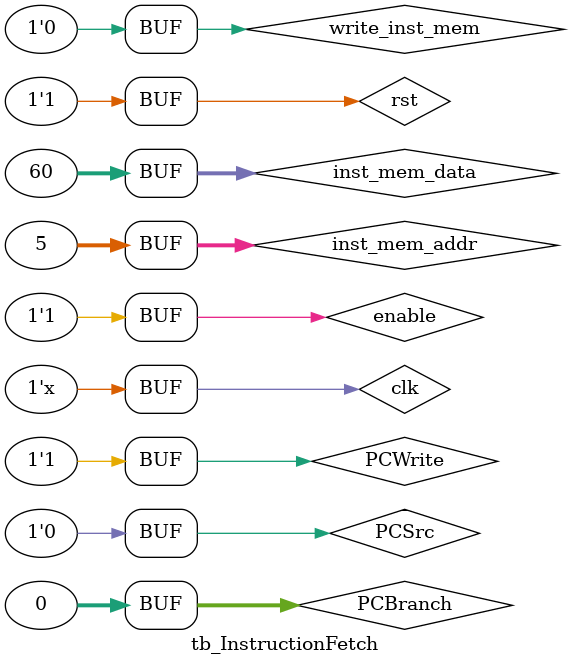
<source format=v>
`timescale 1ns / 1ps


module tb_InstructionFetch();

    reg clk;
    reg rst;
    reg enable;
    reg PCWrite;
    reg PCSrc;
    reg [31:0] PCBranch;
    reg write_inst_mem;
    reg [31:0] inst_mem_addr;
    reg [31:0] inst_mem_data;
    wire [31:0] PCNext;
    wire [31:0] instruction;



    initial begin
        clk = 1;
        rst = 0;
        enable = 0;
        PCWrite = 0;
        PCSrc = 0;
        PCBranch = 0;
        write_inst_mem = 0;
        inst_mem_addr = 0;
        inst_mem_data = 0;

        //check memory write
        #20
        rst = 1;
        //we leave PCWrite=1 cause were not testing hazard right now
        PCWrite = 1;
        write_inst_mem = 1;
        inst_mem_addr = 0;
        inst_mem_data = 10;
        #20
        inst_mem_addr = 1;
        inst_mem_data = 20;
        #20
        inst_mem_addr = 2;
        inst_mem_data = 30;
        #20
        inst_mem_addr = 3;
        inst_mem_data = 40;
        #20
        inst_mem_addr = 4;
        inst_mem_data = 50;
        #20
        inst_mem_addr = 5;
        inst_mem_data = 60;

        //check instruction fetch

        #20
        write_inst_mem = 0;
        enable = 1;

        //check branch

        #100
        PCSrc = 1;
        PCBranch = 1;

        #20
        PCSrc = 0;


        //check stall from hazard unit
        #20
        PCBranch = 0;
        PCWrite = 0;

        #20
        PCWrite = 1;

    end

    always #10 clk = ~clk;


    InstructionFetch IF(
        .clk(clk),
        .rst(rst),
        .enable(enable),
        .i_PCWrite(PCWrite),
        .i_PCSrc(PCSrc),
        .i_PCBranch(PCBranch),
        .i_write_inst_mem(write_inst_mem),
        .i_inst_mem_addr(inst_mem_addr),
        .i_inst_mem_data(inst_mem_data),
        .o_PCNext(PCNext),
        .o_instruction(instruction)
    );



endmodule

</source>
